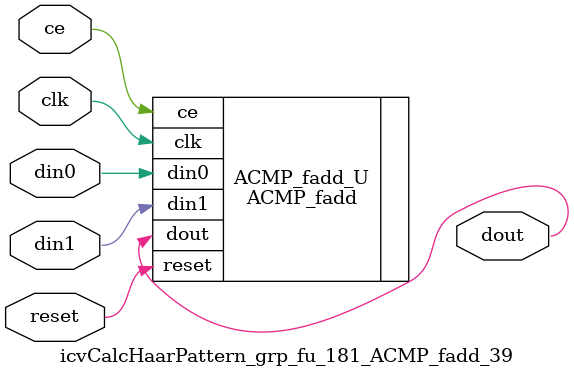
<source format=v>

`timescale 1 ns / 1 ps
module icvCalcHaarPattern_grp_fu_181_ACMP_fadd_39(
    clk,
    reset,
    ce,
    din0,
    din1,
    dout);

parameter ID = 32'd1;
parameter NUM_STAGE = 32'd1;
parameter din0_WIDTH = 32'd1;
parameter din1_WIDTH = 32'd1;
parameter dout_WIDTH = 32'd1;
input clk;
input reset;
input ce;
input[din0_WIDTH - 1:0] din0;
input[din1_WIDTH - 1:0] din1;
output[dout_WIDTH - 1:0] dout;



ACMP_fadd #(
.ID( ID ),
.NUM_STAGE( 4 ),
.din0_WIDTH( din0_WIDTH ),
.din1_WIDTH( din1_WIDTH ),
.dout_WIDTH( dout_WIDTH ))
ACMP_fadd_U(
    .clk( clk ),
    .reset( reset ),
    .ce( ce ),
    .din0( din0 ),
    .din1( din1 ),
    .dout( dout ));

endmodule

</source>
